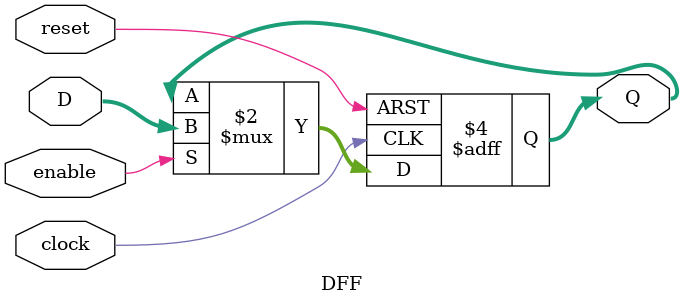
<source format=v>
module DFF (output reg [127:0] Q, input [127:0] D, input enable, clock, reset);
	always @(posedge clock, posedge reset) begin
		if (reset)
			Q <= 128'd0;
		else if (enable)
			Q <= D;
	end
endmodule

</source>
